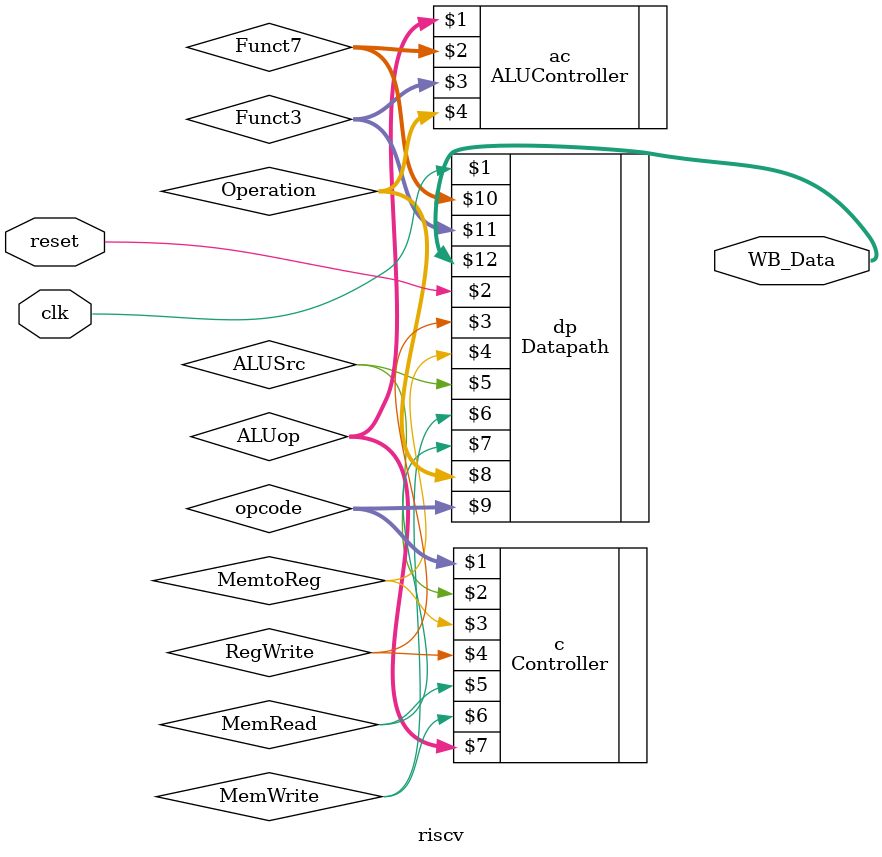
<source format=sv>
`timescale 1ns / 1ps

module riscv #(
    parameter DATA_W = 32)
    (input logic clk, reset, // clock and reset signals
    output logic [31:0] WB_Data// The ALU_Result
    );

logic [6:0] opcode;
logic ALUSrc, MemtoReg, RegWrite, MemRead, MemWrite;

logic [1:0] ALUop;
logic [6:0] Funct7;
logic [2:0] Funct3;
logic [3:0] Operation;

    Controller c(opcode, ALUSrc, MemtoReg, RegWrite, MemRead, MemWrite, ALUop);
    
    ALUController ac(ALUop, Funct7, Funct3, Operation);

    Datapath dp(clk, reset, RegWrite , MemtoReg, ALUSrc , MemWrite, MemRead, Operation, opcode, Funct7, Funct3, WB_Data);
        
endmodule

</source>
